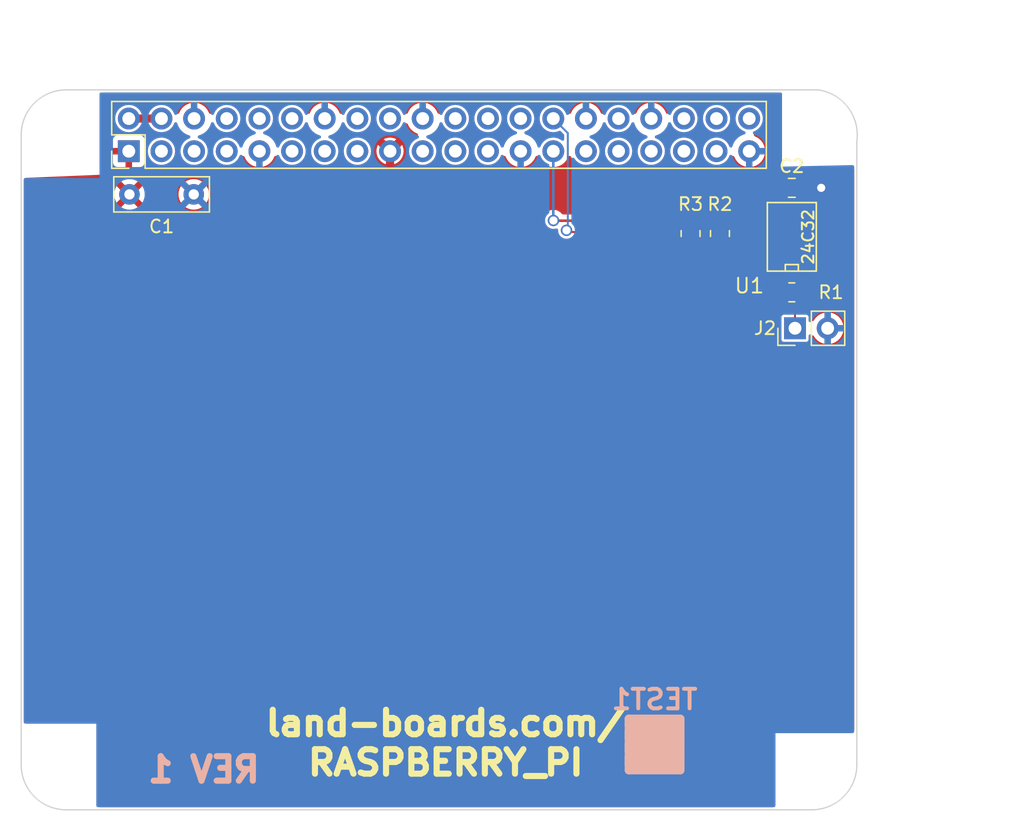
<source format=kicad_pcb>
(kicad_pcb (version 20211014) (generator pcbnew)
  (title_block (title "RPI-") (date "2022-06-09") (rev "1") (company "land-boards.com"))
  (layers (0 "F.Cu" signal) (31 "B.Cu" signal) (36 "B.SilkS" user "B.Silkscreen") (37 "F.SilkS" user "F.Silkscreen") (38 "B.Mask" user) (39 "F.Mask" user) (44 "Edge.Cuts" user))
  (net 0 "")
  (net 1 "GND")
  (net 2 "+3V3")
  (net 3 "/SPISCK")
  (net 4 "/SPIMISO")
  (net 5 "/SPIMOSI")
  (net 6 "/SPICE0")
  (net 7 "/IO_27")
  (net 8 "/IO_22")
  (net 9 "/IO_17")
  (net 10 "+5V")
  (net 11 "/WR")
  (net 12 "/SCL0")
  (net 13 "/SDA0")
  (net 14 "/SDA1")
  (net 15 "/SCL1")
  (net 16 "/IO_4")
  (net 17 "/TXD0")
  (net 18 "/RXD0")
  (net 19 "/IO_18")
  (net 20 "/IO_23")
  (net 21 "/IO_24")
  (net 22 "/IO_25")
  (net 23 "/SPICE1")
  (net 24 "/IO_5")
  (net 25 "/IO_6")
  (net 26 "/IO_12")
  (net 27 "/IO_13")
  (net 28 "/IO_19")
  (net 29 "/IO_16")
  (net 30 "/IO_26")
  (net 31 "/IO_20")
  (net 32 "/IO_21")
  (footprint "Connector_PinHeader_2.54mm:PinHeader_2x20_P2.54mm_Vertical" (layer "F.Cu") (at 126.988 80.97 90)
    (fp_text reference "J1" hide)
    (fp_text value "RASPIOPLUS")
    (fp_line (start 3.87 -1.33) (end 3.87 49.59) (layer "F.SilkS") (width 0.12))
    (fp_line (start -1.33 49.59) (end 3.87 49.59) (layer "F.SilkS") (width 0.12))
    (fp_line (start -1.33 -1.33) (end 0 -1.33) (layer "F.SilkS") (width 0.12))
    (fp_line (start 1.27 1.27) (end 1.27 -1.33) (layer "F.SilkS") (width 0.12))
    (fp_line (start -1.33 1.27) (end 1.27 1.27) (layer "F.SilkS") (width 0.12))
    (fp_line (start 1.27 -1.33) (end 3.87 -1.33) (layer "F.SilkS") (width 0.12))
    (fp_line (start -1.33 1.27) (end -1.33 49.59) (layer "F.SilkS") (width 0.12))
    (fp_line (start -1.33 0) (end -1.33 -1.33) (layer "F.SilkS") (width 0.12))
    (pad "1" thru_hole rect locked (at 0 0 90) (size 1.7 1.7) (drill 1) (layers *.Cu *.Mask) (net 2 "+3V3"))
    (pad "2" thru_hole oval locked (at 2.54 0 90) (size 1.7 1.7) (drill 1) (layers *.Cu *.Mask) (net 10 "+5V"))
    (pad "3" thru_hole oval locked (at 0 2.54 90) (size 1.7 1.7) (drill 1) (layers *.Cu *.Mask) (net 14 "/SDA1"))
    (pad "4" thru_hole oval locked (at 2.54 2.54 90) (size 1.7 1.7) (drill 1) (layers *.Cu *.Mask) (net 10 "+5V"))
    (pad "5" thru_hole oval locked (at 0 5.08 90) (size 1.7 1.7) (drill 1) (layers *.Cu *.Mask) (net 15 "/SCL1"))
    (pad "6" thru_hole oval locked (at 2.54 5.08 90) (size 1.7 1.7) (drill 1) (layers *.Cu *.Mask) (net 1 "GND"))
    (pad "7" thru_hole oval locked (at 0 7.62 90) (size 1.7 1.7) (drill 1) (layers *.Cu *.Mask) (net 16 "/IO_4"))
    (pad "8" thru_hole oval locked (at 2.54 7.62 90) (size 1.7 1.7) (drill 1) (layers *.Cu *.Mask) (net 17 "/TXD0"))
    (pad "9" thru_hole oval locked (at 0 10.16 90) (size 1.7 1.7) (drill 1) (layers *.Cu *.Mask) (net 1 "GND"))
    (pad "10" thru_hole oval locked (at 2.54 10.16 90) (size 1.7 1.7) (drill 1) (layers *.Cu *.Mask) (net 18 "/RXD0"))
    (pad "11" thru_hole oval locked (at 0 12.7 90) (size 1.7 1.7) (drill 1) (layers *.Cu *.Mask) (net 9 "/IO_17"))
    (pad "12" thru_hole oval locked (at 2.54 12.7 90) (size 1.7 1.7) (drill 1) (layers *.Cu *.Mask) (net 19 "/IO_18"))
    (pad "13" thru_hole oval locked (at 0 15.24 90) (size 1.7 1.7) (drill 1) (layers *.Cu *.Mask) (net 7 "/IO_27"))
    (pad "14" thru_hole oval locked (at 2.54 15.24 90) (size 1.7 1.7) (drill 1) (layers *.Cu *.Mask) (net 1 "GND"))
    (pad "15" thru_hole oval locked (at 0 17.78 90) (size 1.7 1.7) (drill 1) (layers *.Cu *.Mask) (net 8 "/IO_22"))
    (pad "16" thru_hole oval locked (at 2.54 17.78 90) (size 1.7 1.7) (drill 1) (layers *.Cu *.Mask) (net 20 "/IO_23"))
    (pad "17" thru_hole oval locked (at 0 20.32 90) (size 1.7 1.7) (drill 1) (layers *.Cu *.Mask) (net 2 "+3V3") (thermal_gap 0.2032))
    (pad "18" thru_hole oval locked (at 2.54 20.32 90) (size 1.7 1.7) (drill 1) (layers *.Cu *.Mask) (net 21 "/IO_24"))
    (pad "19" thru_hole oval locked (at 0 22.86 90) (size 1.7 1.7) (drill 1) (layers *.Cu *.Mask) (net 5 "/SPIMOSI"))
    (pad "20" thru_hole oval locked (at 2.54 22.86 90) (size 1.7 1.7) (drill 1) (layers *.Cu *.Mask) (net 1 "GND"))
    (pad "21" thru_hole oval locked (at 0 25.4 90) (size 1.7 1.7) (drill 1) (layers *.Cu *.Mask) (net 4 "/SPIMISO"))
    (pad "22" thru_hole oval locked (at 2.54 25.4 90) (size 1.7 1.7) (drill 1) (layers *.Cu *.Mask) (net 22 "/IO_25"))
    (pad "23" thru_hole oval locked (at 0 27.94 90) (size 1.7 1.7) (drill 1) (layers *.Cu *.Mask) (net 3 "/SPISCK"))
    (pad "24" thru_hole oval locked (at 2.54 27.94 90) (size 1.7 1.7) (drill 1) (layers *.Cu *.Mask) (net 6 "/SPICE0"))
    (pad "25" thru_hole oval locked (at 0 30.48 90) (size 1.7 1.7) (drill 1) (layers *.Cu *.Mask) (net 1 "GND"))
    (pad "26" thru_hole oval locked (at 2.54 30.48 90) (size 1.7 1.7) (drill 1) (layers *.Cu *.Mask) (net 23 "/SPICE1"))
    (pad "27" thru_hole oval locked (at 0 33.02 90) (size 1.7 1.7) (drill 1) (layers *.Cu *.Mask) (net 13 "/SDA0"))
    (pad "28" thru_hole oval locked (at 2.54 33.02 90) (size 1.7 1.7) (drill 1) (layers *.Cu *.Mask) (net 12 "/SCL0"))
    (pad "29" thru_hole oval locked (at 0 35.56 90) (size 1.7 1.7) (drill 1) (layers *.Cu *.Mask) (net 24 "/IO_5"))
    (pad "30" thru_hole oval locked (at 2.54 35.56 90) (size 1.7 1.7) (drill 1) (layers *.Cu *.Mask) (net 1 "GND"))
    (pad "31" thru_hole oval locked (at 0 38.1 90) (size 1.7 1.7) (drill 1) (layers *.Cu *.Mask) (net 25 "/IO_6"))
    (pad "32" thru_hole oval locked (at 2.54 38.1 90) (size 1.7 1.7) (drill 1) (layers *.Cu *.Mask) (net 26 "/IO_12"))
    (pad "33" thru_hole oval locked (at 0 40.64 90) (size 1.7 1.7) (drill 1) (layers *.Cu *.Mask) (net 27 "/IO_13"))
    (pad "34" thru_hole oval locked (at 2.54 40.64 90) (size 1.7 1.7) (drill 1) (layers *.Cu *.Mask) (net 1 "GND"))
    (pad "35" thru_hole oval locked (at 0 43.18 90) (size 1.7 1.7) (drill 1) (layers *.Cu *.Mask) (net 28 "/IO_19"))
    (pad "36" thru_hole oval locked (at 2.54 43.18 90) (size 1.7 1.7) (drill 1) (layers *.Cu *.Mask) (net 29 "/IO_16"))
    (pad "37" thru_hole oval locked (at 0 45.72 90) (size 1.7 1.7) (drill 1) (layers *.Cu *.Mask) (net 30 "/IO_26"))
    (pad "38" thru_hole oval locked (at 2.54 45.72 90) (size 1.7 1.7) (drill 1) (layers *.Cu *.Mask) (net 31 "/IO_20"))
    (pad "39" thru_hole oval locked (at 0 48.26 90) (size 1.7 1.7) (drill 1) (layers *.Cu *.Mask) (net 1 "GND"))
    (pad "40" thru_hole oval locked (at 2.54 48.26 90) (size 1.7 1.7) (drill 1) (layers *.Cu *.Mask) (net 32 "/IO_21"))
  )
  (footprint "MountingHole:MountingHole_2.7mm_M2.5" (layer "F.Cu") (at 122.118 79.7)
    (fp_text reference "MTG1" hide)
    (fp_text value "MountingHole")
    (pad "" np_thru_hole circle (at 0 0) (size 2.7 2.7) (drill 2.7) (layers *.Cu *.Mask))
  )
  (footprint "MountingHole:MountingHole_2.7mm_M2.5" (layer "F.Cu") (at 180.118 79.7)
    (fp_text reference "MTG2" hide)
    (fp_text value "MountingHole")
    (pad "" np_thru_hole circle (at 0 0) (size 2.7 2.7) (drill 2.7) (layers *.Cu *.Mask))
  )
  (footprint "MountingHole:MountingHole_2.7mm_M2.5" (layer "F.Cu") (at 122.118 128.7)
    (fp_text reference "MTG3" hide)
    (fp_text value "MountingHole")
    (pad "" np_thru_hole circle (at 0 0) (size 2.7 2.7) (drill 2.7) (layers *.Cu *.Mask))
  )
  (footprint "MountingHole:MountingHole_2.7mm_M2.5" (layer "F.Cu") (at 180.118 128.7)
    (fp_text reference "MTG4" hide)
    (fp_text value "MountingHole")
    (pad "" np_thru_hole circle (at 0 0) (size 2.7 2.7) (drill 2.7) (layers *.Cu *.Mask))
  )
  (footprint "Capacitor_THT:C_Rect_L7.2mm_W2.5mm_P5.00mm_FKS2_FKP2_MKS2_MKP2" (layer "F.Cu") (at 132.04 84.328 180)
    (fp_text reference "C1" (at 2.5 -2.5) (layer "F.SilkS"))
    (fp_text value "0.1uF")
    (fp_line (start -1.22 -1.37) (end -1.22 1.37) (layer "F.SilkS") (width 0.12))
    (fp_line (start 6.22 -1.37) (end 6.22 1.37) (layer "F.SilkS") (width 0.12))
    (fp_line (start -1.22 1.37) (end 6.22 1.37) (layer "F.SilkS") (width 0.12))
    (fp_line (start -1.22 -1.37) (end 6.22 -1.37) (layer "F.SilkS") (width 0.12))
    (pad "1" thru_hole circle locked (at 0 0 180) (size 1.6 1.6) (drill 0.8) (layers *.Cu *.Mask) (net 1 "GND"))
    (pad "2" thru_hole circle locked (at 5 0 180) (size 1.6 1.6) (drill 0.8) (layers *.Cu *.Mask) (net 2 "+3V3"))
  )
  (footprint "LandBoards_SMD_Packages:SO8E-wider" (layer "F.Cu") (at 178.562 87.63 90)
    (fp_text reference "U1" (at -3.81 -3.302 180) (layer "F.SilkS") (effects (font (size 1.143 1.143) (thickness 0.1524))))
    (fp_text value "24C32" (at 0 1.27 90) (layer "F.SilkS") (effects (font (size 0.889 0.889) (thickness 0.1524))))
    (fp_line (start 2.667 -1.905) (end -2.667 -1.905) (layer "F.SilkS") (width 0.127))
    (fp_line (start -2.667 -0.508) (end -2.159 -0.508) (layer "F.SilkS") (width 0.127))
    (fp_line (start -2.667 1.778) (end -2.667 1.905) (layer "F.SilkS") (width 0.127))
    (fp_line (start 2.667 -1.905) (end 2.667 1.905) (layer "F.SilkS") (width 0.127))
    (fp_line (start -2.159 0.508) (end -2.667 0.508) (layer "F.SilkS") (width 0.127))
    (fp_line (start -2.667 1.905) (end 2.667 1.905) (layer "F.SilkS") (width 0.127))
    (fp_line (start -2.159 -0.508) (end -2.159 0.508) (layer "F.SilkS") (width 0.127))
    (fp_line (start -2.667 -1.905) (end -2.667 1.778) (layer "F.SilkS") (width 0.127))
    (pad "1" smd rect locked (at -1.905 2.794 90) (size 0.59944 1.651) (layers "F.Cu" "F.Paste" "F.Mask") (net 1 "GND"))
    (pad "2" smd rect locked (at -0.635 2.794 90) (size 0.59944 1.651) (layers "F.Cu" "F.Paste" "F.Mask") (net 1 "GND"))
    (pad "3" smd rect locked (at 0.635 2.794 90) (size 0.59944 1.651) (layers "F.Cu" "F.Paste" "F.Mask") (net 1 "GND"))
    (pad "4" smd rect locked (at 1.905 2.794 90) (size 0.59944 1.651) (layers "F.Cu" "F.Paste" "F.Mask") (net 1 "GND"))
    (pad "5" smd rect locked (at 1.905 -2.794 90) (size 0.59944 1.651) (layers "F.Cu" "F.Paste" "F.Mask") (net 13 "/SDA0"))
    (pad "6" smd rect locked (at 0.635 -2.794 90) (size 0.59944 1.651) (layers "F.Cu" "F.Paste" "F.Mask") (net 12 "/SCL0"))
    (pad "7" smd rect locked (at -0.635 -2.794 90) (size 0.59944 1.651) (layers "F.Cu" "F.Paste" "F.Mask") (net 11 "/WR"))
    (pad "8" smd rect locked (at -1.905 -2.794 90) (size 0.59944 1.651) (layers "F.Cu" "F.Paste" "F.Mask") (net 2 "+3V3"))
  )
  (footprint "Capacitor_SMD:C_0805_2012Metric_Pad1.18x1.45mm_HandSolder" (layer "F.Cu") (at 178.562 83.82)
    (fp_text reference "C2" (at 0 -1.68) (layer "F.SilkS"))
    (fp_text value "0.1uF")
    (fp_line (start -0.261252 -0.735) (end 0.261252 -0.735) (layer "F.SilkS") (width 0.12))
    (fp_line (start -0.261252 0.735) (end 0.261252 0.735) (layer "F.SilkS") (width 0.12))
    (pad "1" smd roundrect (at -1.0375 0) (size 1.175 1.45) (layers "F.Cu" "F.Paste" "F.Mask") (roundrect_rratio 0.212766) (net 2 "+3V3"))
    (pad "2" smd roundrect (at 1.0375 0) (size 1.175 1.45) (layers "F.Cu" "F.Paste" "F.Mask") (roundrect_rratio 0.212766) (net 1 "GND"))
  )
  (footprint "Resistor_SMD:R_0805_2012Metric_Pad1.20x1.40mm_HandSolder" (layer "F.Cu") (at 178.562 91.948)
    (fp_text reference "R1" (at 3.048 0) (layer "F.SilkS"))
    (fp_text value "1K")
    (fp_line (start -0.227064 0.735) (end 0.227064 0.735) (layer "F.SilkS") (width 0.12))
    (fp_line (start -0.227064 -0.735) (end 0.227064 -0.735) (layer "F.SilkS") (width 0.12))
    (pad "1" smd roundrect (at -1 0) (size 1.2 1.4) (layers "F.Cu" "F.Paste" "F.Mask") (roundrect_rratio 0.208333) (net 2 "+3V3"))
    (pad "2" smd roundrect (at 1 0) (size 1.2 1.4) (layers "F.Cu" "F.Paste" "F.Mask") (roundrect_rratio 0.208333) (net 11 "/WR"))
  )
  (footprint "Resistor_SMD:R_0805_2012Metric_Pad1.20x1.40mm_HandSolder" (layer "F.Cu") (at 172.974 87.376 90)
    (fp_text reference "R2" (at 2.286 0 180) (layer "F.SilkS"))
    (fp_text value "3.9K")
    (fp_line (start -0.227064 0.735) (end 0.227064 0.735) (layer "F.SilkS") (width 0.12))
    (fp_line (start -0.227064 -0.735) (end 0.227064 -0.735) (layer "F.SilkS") (width 0.12))
    (pad "1" smd roundrect (at -1 0 90) (size 1.2 1.4) (layers "F.Cu" "F.Paste" "F.Mask") (roundrect_rratio 0.208333) (net 2 "+3V3"))
    (pad "2" smd roundrect (at 1 0 90) (size 1.2 1.4) (layers "F.Cu" "F.Paste" "F.Mask") (roundrect_rratio 0.208333) (net 12 "/SCL0"))
  )
  (footprint "Connector_PinHeader_2.54mm:PinHeader_1x02_P2.54mm_Vertical" (layer "F.Cu") (at 178.811 94.742 90)
    (fp_text reference "J2" (at 0 -2.33 180) (layer "F.SilkS"))
    (fp_text value "CONN_2")
    (fp_line (start -1.33 3.87) (end 1.33 3.87) (layer "F.SilkS") (width 0.12))
    (fp_line (start -1.33 -1.33) (end 0 -1.33) (layer "F.SilkS") (width 0.12))
    (fp_line (start -1.33 1.27) (end 1.33 1.27) (layer "F.SilkS") (width 0.12))
    (fp_line (start 1.33 1.27) (end 1.33 3.87) (layer "F.SilkS") (width 0.12))
    (fp_line (start -1.33 1.27) (end -1.33 3.87) (layer "F.SilkS") (width 0.12))
    (fp_line (start -1.33 0) (end -1.33 -1.33) (layer "F.SilkS") (width 0.12))
    (pad "1" thru_hole rect (at 0 0 90) (size 1.7 1.7) (drill 1) (layers *.Cu *.Mask) (net 11 "/WR"))
    (pad "2" thru_hole oval (at 0 2.54 90) (size 1.7 1.7) (drill 1) (layers *.Cu *.Mask) (net 1 "GND"))
  )
  (footprint "Fiducial:Fiducial_0.75mm_Mask2.25mm" (layer "F.Cu") (at 121.618 85.2)
    (fp_text reference "FID1" hide)
    (fp_text value "Fiducial")
    (pad "" smd circle (at 0 0) (size 0.75 0.75) (layers "F.Cu" "F.Mask") (clearance 0.75))
  )
  (footprint "Resistor_SMD:R_0805_2012Metric_Pad1.20x1.40mm_HandSolder" (layer "F.Cu") (at 170.688 87.376 90)
    (fp_text reference "R3" (at 2.286 0 180) (layer "F.SilkS"))
    (fp_text value "3.9K")
    (fp_line (start -0.227064 -0.735) (end 0.227064 -0.735) (layer "F.SilkS") (width 0.12))
    (fp_line (start -0.227064 0.735) (end 0.227064 0.735) (layer "F.SilkS") (width 0.12))
    (pad "1" smd roundrect (at -1 0 90) (size 1.2 1.4) (layers "F.Cu" "F.Paste" "F.Mask") (roundrect_rratio 0.208333) (net 2 "+3V3"))
    (pad "2" smd roundrect (at 1 0 90) (size 1.2 1.4) (layers "F.Cu" "F.Paste" "F.Mask") (roundrect_rratio 0.208333) (net 13 "/SDA0"))
  )
  (footprint "Fiducial:Fiducial_0.75mm_Mask2.25mm" (layer "F.Cu") (at 180.618 123.2)
    (fp_text reference "FID2" hide)
    (fp_text value "Fiducial")
    (pad "" smd circle (at 0 0) (size 0.75 0.75) (layers "F.Cu" "F.Mask") (clearance 0.75))
  )
  (footprint "LandBoards_Marking:TEST_BLK-REAR" (layer "F.Cu") (at 167.888 127.12)
    (fp_text reference "TEST1" (at 0 -3.5) (layer "B.SilkS") (effects (font (size 1.524 1.524) (thickness 0.3048)) (justify mirror)))
    (fp_text value "COUPON" hide)
    (fp_line (start 2 0.5) (end 2 1) (layer "B.SilkS") (width 0.65))
    (fp_line (start 2 -1.5) (end 2 -1) (layer "B.SilkS") (width 0.65))
    (fp_line (start -2 1) (end -2 1.5) (layer "B.SilkS") (width 0.65))
    (fp_line (start -2 -2) (end -2 -1.5) (layer "B.SilkS") (width 0.65))
    (fp_line (start 2 -1) (end -2 -1) (layer "B.SilkS") (width 0.65))
    (fp_line (start 2 2) (end -2 2) (layer "B.SilkS") (width 0.65))
    (fp_line (start -2 2) (end -2 -2) (layer "B.SilkS") (width 0.65))
    (fp_line (start -2 -2) (end 2 -2) (layer "B.SilkS") (width 0.65))
    (fp_line (start 2 -2) (end 2 2) (layer "B.SilkS") (width 0.65))
    (fp_line (start -2 -1.5) (end 2 -1.5) (layer "B.SilkS") (width 0.65))
    (fp_line (start 1.5 0.5) (end 2 0.5) (layer "B.SilkS") (width 0.65))
    (fp_line (start -2 -0.5) (end 2 -0.5) (layer "B.SilkS") (width 0.65))
    (fp_line (start -2 0) (end -2 0.5) (layer "B.SilkS") (width 0.65))
    (fp_line (start 2 0) (end -2 0) (layer "B.SilkS") (width 0.65))
    (fp_line (start -2 -1) (end -2 -0.5) (layer "B.SilkS") (width 0.65))
    (fp_line (start 2 -0.5) (end 2 0) (layer "B.SilkS") (width 0.65))
    (fp_line (start 2 1) (end -2 1) (layer "B.SilkS") (width 0.65))
    (fp_line (start -2 1.5) (end 2 1.5) (layer "B.SilkS") (width 0.65))
    (fp_line (start -2 0.5) (end 1.5 0.5) (layer "B.SilkS") (width 0.65))
  )
  (gr_line (start 122.118 76.2) (end 180.618 76.2) (layer "Edge.Cuts") (width 0.1))
  (gr_arc (start 118.618 79.7) (mid 119.643126 77.225126) (end 122.118 76.2) (layer "Edge.Cuts") (width 0.1))
  (gr_line (start 118.618 128.7) (end 118.618 79.7) (layer "Edge.Cuts") (width 0.1))
  (gr_arc (start 122.118 132.2) (mid 119.643126 131.174874) (end 118.618 128.7) (layer "Edge.Cuts") (width 0.1))
  (gr_line (start 183.618 80.2) (end 183.618 128.7) (layer "Edge.Cuts") (width 0.1))
  (gr_arc (start 180.618 76.2) (mid 182.946427 77.57868) (end 183.618 80.2) (layer "Edge.Cuts") (width 0.1))
  (gr_line (start 180.118 132.2) (end 122.118 132.2) (layer "Edge.Cuts") (width 0.1))
  (gr_arc (start 183.618 128.7) (mid 182.592874 131.174874) (end 180.118 132.2) (layer "Edge.Cuts") (width 0.1))
  (gr_text "REV 1" (at 132.82676 129.07772) (layer "B.SilkS") (effects (font (size 1.905 1.905) (thickness 0.47625)) (justify mirror)))
  (gr_text "land-boards.com/\nRASPBERRY_PI" (at 151.638 127) (layer "F.SilkS") (effects (font (size 1.905 1.9685) (thickness 0.47625))))
  (segment (start 179.5995 83.82) (end 180.848 83.82) (width 0.1524) (layer "F.Cu") (net 1))
  (segment (start 181.356 89.535) (end 181.356 88.265) (width 0.1524) (layer "F.Cu") (net 1))
  (segment (start 181.356 86.995) (end 181.356 85.725) (width 0.1524) (layer "F.Cu") (net 1))
  (segment (start 181.356 88.265) (end 181.356 86.995) (width 0.1524) (layer "F.Cu") (net 1))
  (segment (start 181.356 85.725) (end 181.356 84.328) (width 0.1524) (layer "F.Cu") (net 1))
  (segment (start 181.356 84.328) (end 180.848 83.82) (width 0.1524) (layer "F.Cu") (net 1))
  (via (at 180.848 83.82) (size 0.889) (drill 0.635) (layers "F.Cu" "B.Cu") (net 1))
  (segment (start 147.308 80.97) (end 148.336 79.942) (width 0.635) (layer "F.Cu") (net 2))
  (segment (start 147.308 80.97) (end 147.308 83.046) (width 0.635) (layer "F.Cu") (net 2))
  (segment (start 147.308 80.97) (end 146.304 79.966) (width 0.635) (layer "F.Cu") (net 2))
  (segment (start 126.988 78.43) (end 129.528 78.43) (width 0.635) (layer "F.Cu") (net 10))
  (segment (start 178.811 94.234) (end 178.811 92.699) (width 0.1524) (layer "F.Cu") (net 11))
  (segment (start 179.562 91.948) (end 179.562 91.53322) (width 0.1524) (layer "F.Cu") (net 11))
  (segment (start 178.562 88.646) (end 178.181 88.265) (width 0.1524) (layer "F.Cu") (net 11))
  (segment (start 178.181 88.265) (end 175.768 88.265) (width 0.1524) (layer "F.Cu") (net 11))
  (segment (start 178.562 90.53322) (end 178.562 88.646) (width 0.1524) (layer "F.Cu") (net 11))
  (segment (start 179.562 91.53322) (end 178.562 90.53322) (width 0.1524) (layer "F.Cu") (net 11))
  (segment (start 178.811 92.699) (end 179.562 91.948) (width 0.1524) (layer "F.Cu") (net 11))
  (segment (start 172.09508 87.25492) (end 172.974 86.376) (width 0.1524) (layer "F.Cu") (net 12))
  (segment (start 173.593 86.995) (end 172.974 86.376) (width 0.2032) (layer "F.Cu") (net 12))
  (segment (start 161.16612 87.25492) (end 172.09508 87.25492) (width 0.1524) (layer "F.Cu") (net 12))
  (segment (start 161.036 87.1248) (end 161.16612 87.25492) (width 0.1524) (layer "F.Cu") (net 12))
  (segment (start 175.768 86.995) (end 173.593 86.995) (width 0.2032) (layer "F.Cu") (net 12))
  (via (at 161.036 87.1248) (size 0.889) (drill 0.635) (layers "F.Cu" "B.Cu") (net 12))
  (segment (start 160.008 78.43) (end 161.136911 79.558911) (width 0.1524) (layer "B.Cu") (net 12))
  (segment (start 161.136911 79.558911) (end 161.136911 87.023889) (width 0.1524) (layer "B.Cu") (net 12))
  (segment (start 161.136911 87.023889) (end 161.036 87.1248) (width 0.1524) (layer "B.Cu") (net 12))
  (segment (start 171.59232 85.47168) (end 170.688 86.376) (width 0.2032) (layer "F.Cu") (net 13))
  (segment (start 175.51468 85.47168) (end 171.59232 85.47168) (width 0.2032) (layer "F.Cu") (net 13))
  (segment (start 170.688 86.376) (end 160.036 86.376) (width 0.2032) (layer "F.Cu") (net 13))
  (segment (start 175.768 85.725) (end 175.51468 85.47168) (width 0.2032) (layer "F.Cu") (net 13))
  (segment (start 160.036 86.376) (end 160.02 86.36) (width 0.2032) (layer "F.Cu") (net 13))
  (via (at 160.02 86.36) (size 0.889) (drill 0.635) (layers "F.Cu" "B.Cu") (net 13))
  (segment (start 160.02 86.36) (end 160.008 86.348) (width 0.2032) (layer "B.Cu") (net 13))
  (segment (start 160.008 86.348) (end 160.008 80.97) (width 0.2032) (layer "B.Cu") (net 13))
  (zone (net 2) (net_name "+3V3") (layer "F.Cu") (connect_pads (clearance 0.2032)) (min_thickness 0.254) (fill yes (thermal_gap 0.508) (thermal_bridge_width 0.508))
    (polygon (pts (xy 124.714 82.804) (xy 124.714 76.2) (xy 177.8 76.2) (xy 177.8 82.296) (xy 183.642 82.296) (xy 183.642 90.17) (xy 183.518 126.1) (xy 177.218 126) (xy 177.218 132.1) (xy 124.618 132.08) (xy 124.518 125.5) (xy 118.518 125.5) (xy 118.618 83.058)))
  )
  (zone (net 1) (net_name "GND") (layer "B.Cu") (connect_pads (clearance 0.2032)) (min_thickness 0.254) (fill yes (thermal_gap 0.508) (thermal_bridge_width 0.508))
    (polygon (pts (xy 124.46 125.476) (xy 124.46 132.08) (xy 177.292 132.08) (xy 177.292 126.238) (xy 183.642 126.238) (xy 183.642 82.042) (xy 177.8 82.169) (xy 177.8 76.327) (xy 124.714 76.2) (xy 124.714 83.058) (xy 118.618 83.058) (xy 118.618 125.476)))
  )
)
</source>
